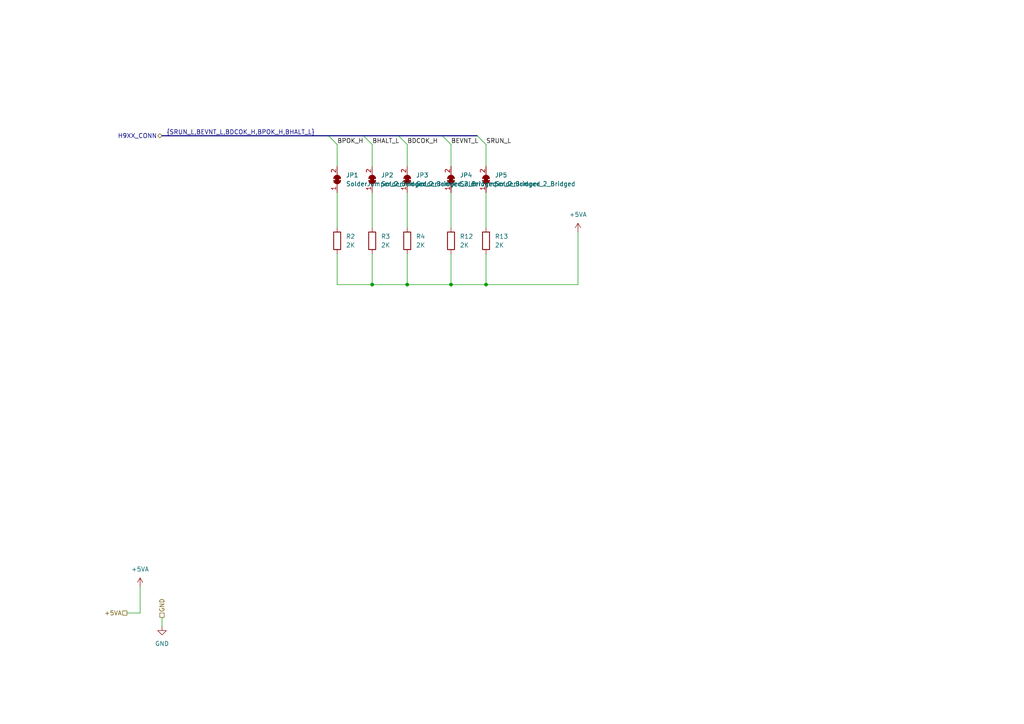
<source format=kicad_sch>
(kicad_sch (version 20230121) (generator eeschema)
  (paper "A4")
  (lib_symbols
    (symbol "Device:R" (pin_numbers hide) (pin_names (offset 0))
      (property "Reference" "R" (at 2.032 0 90))
      (property "Value" "R" (at 0 0 90))
      (symbol "R_0_1"
        (rectangle (start -1.016 -2.54) (end 1.016 2.54) (stroke (width 0.254)))
      )
      (symbol "R_1_1"
        (pin passive line (at 0 3.81 270) (length 1.27) (name "~") (number "1"))
        (pin passive line (at 0 -3.81 90) (length 1.27) (name "~") (number "2"))
      )
    )
    (symbol "Jumper:SolderJumper_2_Bridged" (pin_names (offset 0) hide)
      (property "Reference" "JP" (at 0 2.032 0))
      (property "Value" "SolderJumper_2_Bridged" (at 0 -2.54 0))
      (symbol "SolderJumper_2_Bridged_0_1"
        (rectangle (start -0.508 0.508) (end 0.508 -0.508) (fill (type outline)))
        (arc (start -0.254 1.016) (mid -1.2656 0) (end -0.254 -1.016))
        (arc (start -0.254 1.016) (mid -1.2656 0) (end -0.254 -1.016) (fill (type outline)))
        (polyline (pts (xy -0.254 1.016) (xy -0.254 -1.016)))
        (polyline (pts (xy 0.254 1.016) (xy 0.254 -1.016)))
        (arc (start 0.254 -1.016) (mid 1.2656 0) (end 0.254 1.016))
        (arc (start 0.254 -1.016) (mid 1.2656 0) (end 0.254 1.016) (fill (type outline)))
      )
      (symbol "SolderJumper_2_Bridged_1_1"
        (pin passive line (at -3.81 0 0) (length 2.54) (name "A") (number "1"))
        (pin passive line (at 3.81 0 180) (length 2.54) (name "B") (number "2"))
      )
    )
    (symbol "power:+5VA" (power) (pin_names (offset 0))
      (property "Value" "+5VA" (at 0 3.556 0))
      (symbol "+5VA_0_1"
        (polyline (pts (xy -0.762 1.27) (xy 0 2.54)))
        (polyline (pts (xy 0 0) (xy 0 2.54)))
        (polyline (pts (xy 0 2.54) (xy 0.762 1.27)))
      )
      (symbol "+5VA_1_1"
        (pin power_in line (at 0 0 90) (length 0) hide (name "+5VA") (number "1"))
      )
    )
    (symbol "power:GND" (power) (pin_names (offset 0))
      (property "Value" "GND" (at 0 -3.81 0))
      (symbol "GND_0_1"
        (polyline (pts (xy 0 0) (xy 0 -1.27) (xy 1.27 -1.27) (xy 0 -2.54) (xy -1.27 -1.27) (xy 0 -1.27)))
      )
      (symbol "GND_1_1"
        (pin power_in line (at 0 0 270) (length 0) hide (name "GND") (number "1"))
      )
    )
  )
  (junction (at 140.97 82.55))
  (junction (at 130.81 82.55))
  (junction (at 118.11 82.55))
  (junction (at 107.95 82.55))
  (bus_entry (at 115.57 39.37) (size 2.54 2.54))
  (bus_entry (at 105.41 39.37) (size 2.54 2.54))
  (bus_entry (at 128.27 39.37) (size 2.54 2.54))
  (bus_entry (at 95.25 39.37) (size 2.54 2.54))
  (bus_entry (at 138.43 39.37) (size 2.54 2.54))
  (bus (pts (xy 105.41 39.37) (xy 115.57 39.37)))
  (wire (pts (xy 97.79 73.66) (xy 97.79 82.55)))
  (wire (pts (xy 46.99 179.07) (xy 46.99 181.61)))
  (wire (pts (xy 118.11 82.55) (xy 130.81 82.55)))
  (wire (pts (xy 107.95 82.55) (xy 118.11 82.55)))
  (wire (pts (xy 107.95 41.91) (xy 107.95 48.26)))
  (wire (pts (xy 97.79 41.91) (xy 97.79 48.26)))
  (wire (pts (xy 140.97 41.91) (xy 140.97 48.26)))
  (wire (pts (xy 130.81 55.88) (xy 130.81 66.04)))
  (wire (pts (xy 130.81 82.55) (xy 140.97 82.55)))
  (wire (pts (xy 130.81 73.66) (xy 130.81 82.55)))
  (wire (pts (xy 118.11 73.66) (xy 118.11 82.55)))
  (bus (pts (xy 128.27 39.37) (xy 138.43 39.37)))
  (bus (pts (xy 115.57 39.37) (xy 128.27 39.37)))
  (wire (pts (xy 97.79 55.88) (xy 97.79 66.04)))
  (wire (pts (xy 140.97 73.66) (xy 140.97 82.55)))
  (wire (pts (xy 118.11 41.91) (xy 118.11 48.26)))
  (wire (pts (xy 107.95 73.66) (xy 107.95 82.55)))
  (wire (pts (xy 167.64 67.31) (xy 167.64 82.55)))
  (bus (pts (xy 46.99 39.37) (xy 95.25 39.37)))
  (wire (pts (xy 140.97 82.55) (xy 167.64 82.55)))
  (wire (pts (xy 130.81 41.91) (xy 130.81 48.26)))
  (bus (pts (xy 95.25 39.37) (xy 105.41 39.37)))
  (wire (pts (xy 36.83 177.8) (xy 40.64 177.8)))
  (wire (pts (xy 140.97 55.88) (xy 140.97 66.04)))
  (wire (pts (xy 40.64 177.8) (xy 40.64 170.18)))
  (wire (pts (xy 118.11 55.88) (xy 118.11 66.04)))
  (wire (pts (xy 97.79 82.55) (xy 107.95 82.55)))
  (wire (pts (xy 107.95 55.88) (xy 107.95 66.04)))
  (label "BPOK_H" (at 97.79 41.91 0))
  (label "BDCOK_H" (at 118.11 41.91 0))
  (label "BHALT_L" (at 107.95 41.91 0))
  (label "BEVNT_L" (at 130.81 41.91 0))
  (label "{SRUN_L,BEVNT_L,BDCOK_H,BPOK_H,BHALT_L}" (at 48.26 39.37 0))
  (label "SRUN_L" (at 140.97 41.91 0))
  (hierarchical_label "H9XX_CONN" (shape bidirectional) (at 46.99 39.37 180))
  (hierarchical_label "GND" (shape passive) (at 46.99 179.07 90))
  (hierarchical_label "+5VA" (shape passive) (at 36.83 177.8 180))
  (symbol (lib_id "Device:R") (at 130.81 69.85 0) (unit 1)
    (property "Reference" "R12" (at 133.35 68.58 0) (effects (justify left)))
    (property "Value" "2K" (at 133.35 71.12 0) (effects (justify left)))
  )
  (symbol (lib_id "Jumper:SolderJumper_2_Bridged") (at 97.79 52.07 90) (unit 1)
    (property "Reference" "JP1" (at 100.33 50.8 90) (effects (justify right)))
    (property "Value" "SolderJumper_2_Bridged" (at 100.33 53.34 90) (effects (justify right)))
  )
  (symbol (lib_id "Jumper:SolderJumper_2_Bridged") (at 118.11 52.07 90) (unit 1)
    (property "Reference" "JP3" (at 120.65 50.8 90) (effects (justify right)))
    (property "Value" "SolderJumper_2_Bridged" (at 120.65 53.34 90) (effects (justify right)))
  )
  (symbol (lib_id "Jumper:SolderJumper_2_Bridged") (at 140.97 52.07 90) (unit 1)
    (property "Reference" "JP5" (at 143.51 50.8 90) (effects (justify right)))
    (property "Value" "SolderJumper_2_Bridged" (at 143.51 53.34 90) (effects (justify right)))
  )
  (symbol (lib_id "power:+5VA") (at 167.64 67.31 0) (unit 1)
    (property "Reference" "#PWR05" (effects hide))
    (property "Value" "+5VA" (at 167.64 62.23 0))
    (instances (project "pdp11_front_panel" (path "" (reference "#PWR05") (unit 1)) (path "" (reference "#PWR011") (unit 1))))
  )
  (symbol (lib_id "Jumper:SolderJumper_2_Bridged") (at 130.81 52.07 90) (unit 1)
    (property "Reference" "JP4" (at 133.35 50.8 90) (effects (justify right)))
    (property "Value" "SolderJumper_2_Bridged" (at 133.35 53.34 90) (effects (justify right)))
  )
  (symbol (lib_id "power:GND") (at 46.99 181.61 0) (unit 1)
    (property "Reference" "#PWR04" (effects hide))
    (property "Value" "GND" (at 46.99 186.69 0))
    (instances (project "pdp11_front_panel" (path "" (reference "#PWR04") (unit 1)) (path "" (reference "#PWR010") (unit 1))))
  )
  (symbol (lib_id "Device:R") (at 97.79 69.85 0) (unit 1)
    (property "Reference" "R2" (at 100.33 68.58 0) (effects (justify left)))
    (property "Value" "2K" (at 100.33 71.12 0) (effects (justify left)))
  )
  (symbol (lib_id "Device:R") (at 140.97 69.85 0) (unit 1)
    (property "Reference" "R13" (at 143.51 68.58 0) (effects (justify left)))
    (property "Value" "2K" (at 143.51 71.12 0) (effects (justify left)))
  )
  (symbol (lib_id "power:+5VA") (at 40.64 170.18 0) (unit 1)
    (property "Reference" "#PWR05" (effects hide))
    (property "Value" "+5VA" (at 40.64 165.1 0))
    (instances (project "pdp11_front_panel" (path "" (reference "#PWR05") (unit 1)) (path "" (reference "#PWR09") (unit 1))))
  )
  (symbol (lib_id "Device:R") (at 107.95 69.85 0) (unit 1)
    (property "Reference" "R3" (at 110.49 68.58 0) (effects (justify left)))
    (property "Value" "2K" (at 110.49 71.12 0) (effects (justify left)))
  )
  (symbol (lib_id "Device:R") (at 118.11 69.85 0) (unit 1)
    (property "Reference" "R4" (at 120.65 68.58 0) (effects (justify left)))
    (property "Value" "2K" (at 120.65 71.12 0) (effects (justify left)))
  )
  (symbol (lib_id "Jumper:SolderJumper_2_Bridged") (at 107.95 52.07 90) (unit 1)
    (property "Reference" "JP2" (at 110.49 50.8 90) (effects (justify right)))
    (property "Value" "SolderJumper_2_Bridged" (at 110.49 53.34 90) (effects (justify right)))
  )
)
</source>
